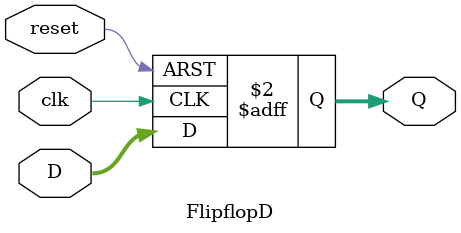
<source format=v>
module FlipflopD (input clk, reset, input [3:0] D, output reg [3:0] Q);

	always @(posedge clk or posedge reset) begin
		if (reset) 
			Q <= 3'b0;
	else
		Q <= D;
	end
endmodule
</source>
